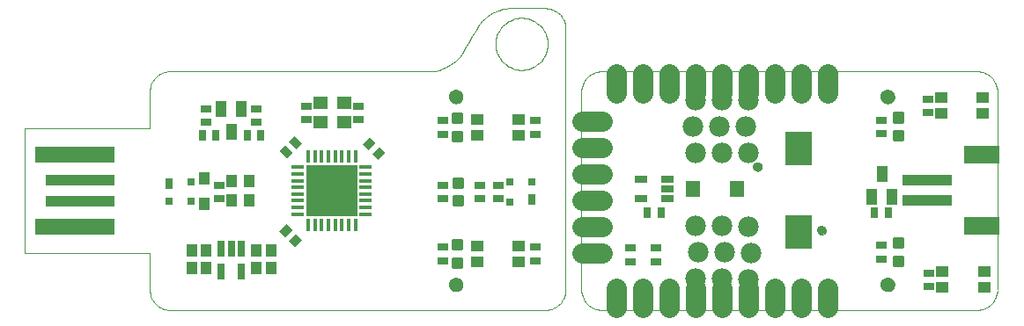
<source format=gts>
G75*
%MOIN*%
%OFA0B0*%
%FSLAX25Y25*%
%IPPOS*%
%LPD*%
%AMOC8*
5,1,8,0,0,1.08239X$1,22.5*
%
%ADD10C,0.00394*%
%ADD11R,0.01800X0.04600*%
%ADD12R,0.04600X0.01800*%
%ADD13R,0.19500X0.19500*%
%ADD14R,0.29928X0.06306*%
%ADD15R,0.25991X0.04337*%
%ADD16R,0.04337X0.05124*%
%ADD17R,0.03943X0.03156*%
%ADD18R,0.04337X0.04731*%
%ADD19R,0.02762X0.04337*%
%ADD20R,0.02762X0.02762*%
%ADD21R,0.03156X0.05912*%
%ADD22R,0.05518X0.04731*%
%ADD23R,0.04337X0.05912*%
%ADD24R,0.03156X0.03943*%
%ADD25C,0.01301*%
%ADD26R,0.05124X0.03943*%
%ADD27C,0.00000*%
%ADD28C,0.05400*%
%ADD29C,0.07800*%
%ADD30R,0.10243X0.12998*%
%ADD31C,0.03550*%
%ADD32C,0.07800*%
%ADD33R,0.05124X0.02565*%
%ADD34R,0.18510X0.04337*%
%ADD35R,0.13786X0.06699*%
%ADD36R,0.05400X0.06187*%
D10*
X0059760Y0017852D02*
X0059360Y0018793D01*
X0059205Y0019287D01*
X0059100Y0019798D01*
X0058994Y0020310D01*
X0058939Y0020839D01*
X0058939Y0035160D01*
X0011695Y0035160D01*
X0011695Y0082404D01*
X0058939Y0082404D01*
X0058939Y0096725D01*
X0058994Y0097254D01*
X0059100Y0097765D01*
X0059205Y0098276D01*
X0059360Y0098770D01*
X0059760Y0099711D01*
X0060005Y0100159D01*
X0060288Y0100578D01*
X0060572Y0100997D01*
X0060895Y0101387D01*
X0061252Y0101744D01*
X0061609Y0102101D01*
X0061999Y0102424D01*
X0062418Y0102708D01*
X0062838Y0102991D01*
X0063285Y0103236D01*
X0064226Y0103636D01*
X0064720Y0103791D01*
X0065231Y0103897D01*
X0065743Y0104002D01*
X0066272Y0104057D01*
X0165750Y0104057D01*
X0166308Y0104105D01*
X0167439Y0104286D01*
X0168012Y0104419D01*
X0168585Y0104591D01*
X0169158Y0104762D01*
X0169731Y0104972D01*
X0170860Y0105460D01*
X0171416Y0105737D01*
X0171956Y0106043D01*
X0172495Y0106350D01*
X0173018Y0106685D01*
X0173517Y0107045D01*
X0174016Y0107405D01*
X0174489Y0107789D01*
X0175372Y0108597D01*
X0175780Y0109021D01*
X0176515Y0109899D01*
X0176841Y0110354D01*
X0177119Y0110818D01*
X0177895Y0112119D01*
X0178672Y0113420D01*
X0179448Y0114721D01*
X0180225Y0116022D01*
X0181002Y0117323D01*
X0181778Y0118624D01*
X0182555Y0119926D01*
X0183331Y0121227D01*
X0183609Y0121691D01*
X0183935Y0122146D01*
X0184303Y0122585D01*
X0184670Y0123024D01*
X0185078Y0123448D01*
X0185520Y0123852D01*
X0185961Y0124256D01*
X0186435Y0124640D01*
X0186933Y0125000D01*
X0187432Y0125360D01*
X0187955Y0125695D01*
X0188494Y0126002D01*
X0189034Y0126308D01*
X0189590Y0126585D01*
X0190719Y0127073D01*
X0191292Y0127283D01*
X0191865Y0127454D01*
X0192438Y0127626D01*
X0193011Y0127759D01*
X0193577Y0127850D01*
X0194142Y0127940D01*
X0194700Y0127988D01*
X0209087Y0127988D01*
X0209616Y0127932D01*
X0210127Y0127827D01*
X0210638Y0127722D01*
X0211132Y0127566D01*
X0211603Y0127366D01*
X0212073Y0127166D01*
X0212521Y0126922D01*
X0212940Y0126638D01*
X0213359Y0126354D01*
X0213749Y0126031D01*
X0214106Y0125675D01*
X0214463Y0125318D01*
X0214786Y0124927D01*
X0215070Y0124508D01*
X0215353Y0124089D01*
X0215598Y0123642D01*
X0215798Y0123171D01*
X0215998Y0122700D01*
X0216153Y0122207D01*
X0216259Y0121695D01*
X0216364Y0121184D01*
X0216419Y0120655D01*
X0216419Y0020839D01*
X0216364Y0020310D01*
X0216259Y0019798D01*
X0216153Y0019287D01*
X0215998Y0018793D01*
X0215798Y0018323D01*
X0215598Y0017852D01*
X0215353Y0017405D01*
X0215070Y0016985D01*
X0214786Y0016566D01*
X0214463Y0016176D01*
X0214106Y0015819D01*
X0213749Y0015462D01*
X0213359Y0015139D01*
X0212940Y0014855D01*
X0212521Y0014572D01*
X0212073Y0014327D01*
X0211603Y0014127D01*
X0211132Y0013927D01*
X0210638Y0013772D01*
X0210127Y0013667D01*
X0209616Y0013561D01*
X0209087Y0013506D01*
X0066272Y0013506D01*
X0065743Y0013561D01*
X0065231Y0013667D01*
X0064720Y0013772D01*
X0064226Y0013927D01*
X0063756Y0014127D01*
X0063285Y0014327D01*
X0062838Y0014572D01*
X0062418Y0014855D01*
X0061999Y0015139D01*
X0061609Y0015462D01*
X0061252Y0015819D01*
X0060895Y0016176D01*
X0060572Y0016566D01*
X0060288Y0016985D01*
X0060005Y0017405D01*
X0059760Y0017852D01*
X0222347Y0020839D02*
X0222403Y0020310D01*
X0222508Y0019798D01*
X0222614Y0019287D01*
X0222769Y0018793D01*
X0223169Y0017852D01*
X0223413Y0017405D01*
X0223697Y0016985D01*
X0223981Y0016566D01*
X0224304Y0016176D01*
X0225017Y0015462D01*
X0225408Y0015139D01*
X0225827Y0014855D01*
X0226246Y0014572D01*
X0226694Y0014327D01*
X0227635Y0013927D01*
X0228128Y0013772D01*
X0228640Y0013667D01*
X0229151Y0013561D01*
X0229680Y0013506D01*
X0372495Y0013506D01*
X0373024Y0013561D01*
X0373535Y0013667D01*
X0374047Y0013772D01*
X0374541Y0013927D01*
X0375482Y0014327D01*
X0375929Y0014572D01*
X0376348Y0014855D01*
X0376767Y0015139D01*
X0377158Y0015462D01*
X0377872Y0016176D01*
X0378195Y0016566D01*
X0378478Y0016985D01*
X0378762Y0017405D01*
X0379007Y0017852D01*
X0379206Y0018323D01*
X0379406Y0018793D01*
X0379562Y0019287D01*
X0379667Y0019798D01*
X0379772Y0020310D01*
X0379828Y0020839D01*
X0379828Y0021380D02*
X0379828Y0096725D01*
X0379772Y0097254D01*
X0379667Y0097765D01*
X0379562Y0098276D01*
X0379406Y0098770D01*
X0379206Y0099241D01*
X0379007Y0099711D01*
X0378762Y0100159D01*
X0378195Y0100997D01*
X0377872Y0101387D01*
X0377158Y0102101D01*
X0376767Y0102424D01*
X0376348Y0102708D01*
X0375929Y0102991D01*
X0375482Y0103236D01*
X0375011Y0103436D01*
X0374541Y0103636D01*
X0374047Y0103791D01*
X0373535Y0103897D01*
X0373024Y0104002D01*
X0372495Y0104057D01*
X0229680Y0104057D01*
X0229151Y0104002D01*
X0228640Y0103897D01*
X0228128Y0103791D01*
X0227635Y0103636D01*
X0227164Y0103436D01*
X0226694Y0103236D01*
X0226246Y0102991D01*
X0225827Y0102708D01*
X0225408Y0102424D01*
X0225017Y0102101D01*
X0224304Y0101387D01*
X0223981Y0100997D01*
X0223697Y0100578D01*
X0223413Y0100159D01*
X0223169Y0099711D01*
X0222969Y0099241D01*
X0222769Y0098770D01*
X0222614Y0098276D01*
X0222508Y0097765D01*
X0222403Y0097254D01*
X0222347Y0096725D01*
X0222347Y0020839D01*
X0202334Y0104946D02*
X0201693Y0104815D01*
X0201053Y0104684D01*
X0200389Y0104615D01*
X0199030Y0104615D01*
X0198367Y0104684D01*
X0197726Y0104815D01*
X0197085Y0104946D01*
X0196467Y0105139D01*
X0195879Y0105388D01*
X0195290Y0105637D01*
X0194730Y0105942D01*
X0194207Y0106296D01*
X0193683Y0106649D01*
X0193195Y0107052D01*
X0192305Y0107943D01*
X0191902Y0108430D01*
X0191548Y0108954D01*
X0191194Y0109478D01*
X0190890Y0110037D01*
X0190641Y0110626D01*
X0190392Y0111215D01*
X0190198Y0111833D01*
X0190067Y0112474D01*
X0189936Y0113114D01*
X0189867Y0113778D01*
X0189867Y0115137D01*
X0189936Y0115800D01*
X0190067Y0116441D01*
X0190198Y0117081D01*
X0190392Y0117700D01*
X0190641Y0118288D01*
X0190890Y0118877D01*
X0191194Y0119437D01*
X0191902Y0120484D01*
X0192305Y0120972D01*
X0192750Y0121417D01*
X0193195Y0121862D01*
X0193683Y0122265D01*
X0194207Y0122619D01*
X0194730Y0122972D01*
X0195290Y0123277D01*
X0195879Y0123526D01*
X0196467Y0123775D01*
X0197085Y0123969D01*
X0197726Y0124100D01*
X0198367Y0124231D01*
X0199030Y0124300D01*
X0200389Y0124300D01*
X0201053Y0124231D01*
X0202334Y0123969D01*
X0202952Y0123775D01*
X0203541Y0123526D01*
X0204130Y0123277D01*
X0204689Y0122972D01*
X0205736Y0122265D01*
X0206224Y0121862D01*
X0206669Y0121417D01*
X0207115Y0120972D01*
X0207517Y0120484D01*
X0208225Y0119437D01*
X0208530Y0118877D01*
X0208779Y0118288D01*
X0209028Y0117700D01*
X0209221Y0117081D01*
X0209483Y0115800D01*
X0209552Y0115137D01*
X0209552Y0113778D01*
X0209483Y0113114D01*
X0209352Y0112474D01*
X0209221Y0111833D01*
X0209028Y0111215D01*
X0208779Y0110626D01*
X0208530Y0110037D01*
X0208225Y0109478D01*
X0207871Y0108954D01*
X0207517Y0108430D01*
X0207115Y0107943D01*
X0206224Y0107052D01*
X0205736Y0106649D01*
X0204689Y0105942D01*
X0204130Y0105637D01*
X0203541Y0105388D01*
X0202952Y0105139D01*
X0202334Y0104946D01*
D11*
X0136833Y0071700D03*
X0134233Y0071700D03*
X0131633Y0071700D03*
X0129133Y0071700D03*
X0126533Y0071700D03*
X0124033Y0071700D03*
X0121433Y0071700D03*
X0118833Y0071700D03*
X0118833Y0045900D03*
X0121433Y0045900D03*
X0124033Y0045900D03*
X0126533Y0045900D03*
X0129133Y0045900D03*
X0131633Y0045900D03*
X0134233Y0045900D03*
X0136833Y0045900D03*
D12*
X0140733Y0049800D03*
X0140733Y0052400D03*
X0140733Y0055000D03*
X0140733Y0057500D03*
X0140733Y0060100D03*
X0140733Y0062600D03*
X0140733Y0065200D03*
X0140733Y0067800D03*
X0114933Y0067800D03*
X0114933Y0065200D03*
X0114933Y0062600D03*
X0114933Y0060100D03*
X0114933Y0057500D03*
X0114933Y0055000D03*
X0114933Y0052400D03*
X0114933Y0049800D03*
D13*
X0127833Y0058800D03*
D14*
X0030546Y0045020D03*
X0030546Y0072580D03*
D15*
X0032514Y0062737D03*
X0032514Y0054863D03*
D16*
X0079633Y0053876D03*
X0079633Y0063324D03*
D17*
X0085333Y0060859D03*
X0085333Y0055741D03*
X0080333Y0084741D03*
X0080333Y0089859D03*
X0099333Y0089859D03*
X0099333Y0084741D03*
X0118333Y0085741D03*
X0118333Y0090859D03*
X0137833Y0090859D03*
X0137833Y0085741D03*
X0169833Y0085359D03*
X0169833Y0080241D03*
X0204833Y0080241D03*
X0204833Y0085359D03*
X0190833Y0060859D03*
X0183833Y0060859D03*
X0183833Y0055741D03*
X0190833Y0055741D03*
X0169833Y0055741D03*
X0169833Y0060859D03*
X0169833Y0037359D03*
X0169833Y0032241D03*
X0204833Y0032241D03*
X0204833Y0037359D03*
X0240933Y0037059D03*
X0250433Y0037059D03*
X0250433Y0031941D03*
X0240933Y0031941D03*
X0335933Y0032941D03*
X0335933Y0038059D03*
X0353933Y0027559D03*
X0353933Y0022441D03*
X0335933Y0080441D03*
X0335933Y0085559D03*
X0353433Y0088441D03*
X0353433Y0093559D03*
D18*
X0104833Y0036146D03*
X0099333Y0036146D03*
X0099333Y0029454D03*
X0104833Y0029454D03*
X0080333Y0029454D03*
X0074833Y0029454D03*
X0074833Y0036146D03*
X0080333Y0036146D03*
X0089987Y0055000D03*
X0096680Y0055000D03*
X0096680Y0062300D03*
X0089987Y0062300D03*
D19*
X0066399Y0061453D03*
X0203467Y0055347D03*
D20*
X0195199Y0054560D03*
X0195199Y0062040D03*
X0203467Y0062040D03*
X0074667Y0062240D03*
X0074667Y0054760D03*
X0066399Y0054760D03*
D21*
X0086093Y0036631D03*
X0089833Y0036631D03*
X0093573Y0036631D03*
X0093573Y0027969D03*
X0086093Y0027969D03*
D22*
X0123503Y0084757D03*
X0132558Y0084757D03*
X0132558Y0092237D03*
X0123503Y0092237D03*
D23*
X0093573Y0089631D03*
X0086093Y0089631D03*
X0089833Y0080969D03*
X0332393Y0056469D03*
X0339873Y0056469D03*
X0336133Y0065131D03*
D24*
X0338492Y0050500D03*
X0333374Y0050500D03*
X0252492Y0050500D03*
X0247374Y0050500D03*
G36*
X0145366Y0070481D02*
X0143134Y0072713D01*
X0145920Y0075499D01*
X0148152Y0073267D01*
X0145366Y0070481D01*
G37*
G36*
X0141747Y0074101D02*
X0139515Y0076333D01*
X0142301Y0079119D01*
X0144533Y0076887D01*
X0141747Y0074101D01*
G37*
G36*
X0111634Y0077387D02*
X0113866Y0079619D01*
X0116652Y0076833D01*
X0114420Y0074601D01*
X0111634Y0077387D01*
G37*
G36*
X0108015Y0073767D02*
X0110247Y0075999D01*
X0113033Y0073213D01*
X0110801Y0070981D01*
X0108015Y0073767D01*
G37*
X0100892Y0079800D03*
X0095774Y0079800D03*
X0083892Y0079800D03*
X0078774Y0079800D03*
G36*
X0110801Y0046119D02*
X0113033Y0043887D01*
X0110247Y0041101D01*
X0108015Y0043333D01*
X0110801Y0046119D01*
G37*
G36*
X0114420Y0042499D02*
X0116652Y0040267D01*
X0113866Y0037481D01*
X0111634Y0039713D01*
X0114420Y0042499D01*
G37*
D25*
X0173815Y0036735D02*
X0176851Y0036735D01*
X0173815Y0036735D02*
X0173815Y0039771D01*
X0176851Y0039771D01*
X0176851Y0036735D01*
X0176851Y0038035D02*
X0173815Y0038035D01*
X0173815Y0039335D02*
X0176851Y0039335D01*
X0176851Y0029829D02*
X0173815Y0029829D01*
X0173815Y0032865D01*
X0176851Y0032865D01*
X0176851Y0029829D01*
X0176851Y0031129D02*
X0173815Y0031129D01*
X0173815Y0032429D02*
X0176851Y0032429D01*
X0177351Y0056365D02*
X0174315Y0056365D01*
X0177351Y0056365D02*
X0177351Y0053329D01*
X0174315Y0053329D01*
X0174315Y0056365D01*
X0174315Y0054629D02*
X0177351Y0054629D01*
X0177351Y0055929D02*
X0174315Y0055929D01*
X0174315Y0063271D02*
X0177351Y0063271D01*
X0177351Y0060235D01*
X0174315Y0060235D01*
X0174315Y0063271D01*
X0174315Y0061535D02*
X0177351Y0061535D01*
X0177351Y0062835D02*
X0174315Y0062835D01*
X0173815Y0080865D02*
X0176851Y0080865D01*
X0176851Y0077829D01*
X0173815Y0077829D01*
X0173815Y0080865D01*
X0173815Y0079129D02*
X0176851Y0079129D01*
X0176851Y0080429D02*
X0173815Y0080429D01*
X0173815Y0087771D02*
X0176851Y0087771D01*
X0176851Y0084735D01*
X0173815Y0084735D01*
X0173815Y0087771D01*
X0173815Y0086035D02*
X0176851Y0086035D01*
X0176851Y0087335D02*
X0173815Y0087335D01*
X0340915Y0084935D02*
X0343951Y0084935D01*
X0340915Y0084935D02*
X0340915Y0087971D01*
X0343951Y0087971D01*
X0343951Y0084935D01*
X0343951Y0086235D02*
X0340915Y0086235D01*
X0340915Y0087535D02*
X0343951Y0087535D01*
X0343951Y0078029D02*
X0340915Y0078029D01*
X0340915Y0081065D01*
X0343951Y0081065D01*
X0343951Y0078029D01*
X0343951Y0079329D02*
X0340915Y0079329D01*
X0340915Y0080629D02*
X0343951Y0080629D01*
X0343951Y0037435D02*
X0340915Y0037435D01*
X0340915Y0040471D01*
X0343951Y0040471D01*
X0343951Y0037435D01*
X0343951Y0038735D02*
X0340915Y0038735D01*
X0340915Y0040035D02*
X0343951Y0040035D01*
X0343951Y0030529D02*
X0340915Y0030529D01*
X0340915Y0033565D01*
X0343951Y0033565D01*
X0343951Y0030529D01*
X0343951Y0031829D02*
X0340915Y0031829D01*
X0340915Y0033129D02*
X0343951Y0033129D01*
D26*
X0359059Y0027953D03*
X0359059Y0022047D03*
X0374807Y0022047D03*
X0374807Y0027953D03*
X0374307Y0088047D03*
X0358559Y0088047D03*
X0358559Y0093953D03*
X0374307Y0093953D03*
X0198707Y0085753D03*
X0182959Y0085753D03*
X0182959Y0079847D03*
X0198707Y0079847D03*
X0198707Y0037753D03*
X0198707Y0031847D03*
X0182959Y0031847D03*
X0182959Y0037753D03*
D27*
X0172333Y0023170D02*
X0172335Y0023269D01*
X0172341Y0023369D01*
X0172351Y0023468D01*
X0172365Y0023566D01*
X0172382Y0023664D01*
X0172404Y0023761D01*
X0172429Y0023857D01*
X0172458Y0023952D01*
X0172491Y0024046D01*
X0172528Y0024138D01*
X0172568Y0024229D01*
X0172612Y0024318D01*
X0172660Y0024406D01*
X0172711Y0024491D01*
X0172765Y0024574D01*
X0172822Y0024656D01*
X0172883Y0024734D01*
X0172947Y0024811D01*
X0173013Y0024884D01*
X0173083Y0024955D01*
X0173155Y0025023D01*
X0173230Y0025089D01*
X0173308Y0025151D01*
X0173388Y0025210D01*
X0173470Y0025266D01*
X0173554Y0025318D01*
X0173641Y0025367D01*
X0173729Y0025413D01*
X0173819Y0025455D01*
X0173911Y0025494D01*
X0174004Y0025529D01*
X0174098Y0025560D01*
X0174194Y0025587D01*
X0174291Y0025610D01*
X0174388Y0025630D01*
X0174486Y0025646D01*
X0174585Y0025658D01*
X0174684Y0025666D01*
X0174783Y0025670D01*
X0174883Y0025670D01*
X0174982Y0025666D01*
X0175081Y0025658D01*
X0175180Y0025646D01*
X0175278Y0025630D01*
X0175375Y0025610D01*
X0175472Y0025587D01*
X0175568Y0025560D01*
X0175662Y0025529D01*
X0175755Y0025494D01*
X0175847Y0025455D01*
X0175937Y0025413D01*
X0176025Y0025367D01*
X0176112Y0025318D01*
X0176196Y0025266D01*
X0176278Y0025210D01*
X0176358Y0025151D01*
X0176436Y0025089D01*
X0176511Y0025023D01*
X0176583Y0024955D01*
X0176653Y0024884D01*
X0176719Y0024811D01*
X0176783Y0024734D01*
X0176844Y0024656D01*
X0176901Y0024574D01*
X0176955Y0024491D01*
X0177006Y0024406D01*
X0177054Y0024318D01*
X0177098Y0024229D01*
X0177138Y0024138D01*
X0177175Y0024046D01*
X0177208Y0023952D01*
X0177237Y0023857D01*
X0177262Y0023761D01*
X0177284Y0023664D01*
X0177301Y0023566D01*
X0177315Y0023468D01*
X0177325Y0023369D01*
X0177331Y0023269D01*
X0177333Y0023170D01*
X0177331Y0023071D01*
X0177325Y0022971D01*
X0177315Y0022872D01*
X0177301Y0022774D01*
X0177284Y0022676D01*
X0177262Y0022579D01*
X0177237Y0022483D01*
X0177208Y0022388D01*
X0177175Y0022294D01*
X0177138Y0022202D01*
X0177098Y0022111D01*
X0177054Y0022022D01*
X0177006Y0021934D01*
X0176955Y0021849D01*
X0176901Y0021766D01*
X0176844Y0021684D01*
X0176783Y0021606D01*
X0176719Y0021529D01*
X0176653Y0021456D01*
X0176583Y0021385D01*
X0176511Y0021317D01*
X0176436Y0021251D01*
X0176358Y0021189D01*
X0176278Y0021130D01*
X0176196Y0021074D01*
X0176112Y0021022D01*
X0176025Y0020973D01*
X0175937Y0020927D01*
X0175847Y0020885D01*
X0175755Y0020846D01*
X0175662Y0020811D01*
X0175568Y0020780D01*
X0175472Y0020753D01*
X0175375Y0020730D01*
X0175278Y0020710D01*
X0175180Y0020694D01*
X0175081Y0020682D01*
X0174982Y0020674D01*
X0174883Y0020670D01*
X0174783Y0020670D01*
X0174684Y0020674D01*
X0174585Y0020682D01*
X0174486Y0020694D01*
X0174388Y0020710D01*
X0174291Y0020730D01*
X0174194Y0020753D01*
X0174098Y0020780D01*
X0174004Y0020811D01*
X0173911Y0020846D01*
X0173819Y0020885D01*
X0173729Y0020927D01*
X0173641Y0020973D01*
X0173554Y0021022D01*
X0173470Y0021074D01*
X0173388Y0021130D01*
X0173308Y0021189D01*
X0173230Y0021251D01*
X0173155Y0021317D01*
X0173083Y0021385D01*
X0173013Y0021456D01*
X0172947Y0021529D01*
X0172883Y0021606D01*
X0172822Y0021684D01*
X0172765Y0021766D01*
X0172711Y0021849D01*
X0172660Y0021934D01*
X0172612Y0022022D01*
X0172568Y0022111D01*
X0172528Y0022202D01*
X0172491Y0022294D01*
X0172458Y0022388D01*
X0172429Y0022483D01*
X0172404Y0022579D01*
X0172382Y0022676D01*
X0172365Y0022774D01*
X0172351Y0022872D01*
X0172341Y0022971D01*
X0172335Y0023071D01*
X0172333Y0023170D01*
X0287504Y0067858D02*
X0287506Y0067937D01*
X0287512Y0068016D01*
X0287522Y0068095D01*
X0287536Y0068173D01*
X0287553Y0068250D01*
X0287575Y0068326D01*
X0287600Y0068401D01*
X0287630Y0068474D01*
X0287662Y0068546D01*
X0287699Y0068617D01*
X0287739Y0068685D01*
X0287782Y0068751D01*
X0287828Y0068815D01*
X0287878Y0068877D01*
X0287931Y0068936D01*
X0287986Y0068992D01*
X0288045Y0069046D01*
X0288106Y0069096D01*
X0288169Y0069144D01*
X0288235Y0069188D01*
X0288303Y0069229D01*
X0288373Y0069266D01*
X0288444Y0069300D01*
X0288518Y0069330D01*
X0288592Y0069356D01*
X0288668Y0069378D01*
X0288745Y0069397D01*
X0288823Y0069412D01*
X0288901Y0069423D01*
X0288980Y0069430D01*
X0289059Y0069433D01*
X0289138Y0069432D01*
X0289217Y0069427D01*
X0289296Y0069418D01*
X0289374Y0069405D01*
X0289451Y0069388D01*
X0289528Y0069368D01*
X0289603Y0069343D01*
X0289677Y0069315D01*
X0289750Y0069283D01*
X0289820Y0069248D01*
X0289889Y0069209D01*
X0289956Y0069166D01*
X0290021Y0069120D01*
X0290083Y0069072D01*
X0290143Y0069020D01*
X0290200Y0068965D01*
X0290254Y0068907D01*
X0290305Y0068847D01*
X0290353Y0068784D01*
X0290398Y0068719D01*
X0290440Y0068651D01*
X0290478Y0068582D01*
X0290512Y0068511D01*
X0290543Y0068438D01*
X0290571Y0068363D01*
X0290594Y0068288D01*
X0290614Y0068211D01*
X0290630Y0068134D01*
X0290642Y0068055D01*
X0290650Y0067977D01*
X0290654Y0067898D01*
X0290654Y0067818D01*
X0290650Y0067739D01*
X0290642Y0067661D01*
X0290630Y0067582D01*
X0290614Y0067505D01*
X0290594Y0067428D01*
X0290571Y0067353D01*
X0290543Y0067278D01*
X0290512Y0067205D01*
X0290478Y0067134D01*
X0290440Y0067065D01*
X0290398Y0066997D01*
X0290353Y0066932D01*
X0290305Y0066869D01*
X0290254Y0066809D01*
X0290200Y0066751D01*
X0290143Y0066696D01*
X0290083Y0066644D01*
X0290021Y0066596D01*
X0289956Y0066550D01*
X0289889Y0066507D01*
X0289820Y0066468D01*
X0289750Y0066433D01*
X0289677Y0066401D01*
X0289603Y0066373D01*
X0289528Y0066348D01*
X0289451Y0066328D01*
X0289374Y0066311D01*
X0289296Y0066298D01*
X0289217Y0066289D01*
X0289138Y0066284D01*
X0289059Y0066283D01*
X0288980Y0066286D01*
X0288901Y0066293D01*
X0288823Y0066304D01*
X0288745Y0066319D01*
X0288668Y0066338D01*
X0288592Y0066360D01*
X0288518Y0066386D01*
X0288444Y0066416D01*
X0288373Y0066450D01*
X0288303Y0066487D01*
X0288235Y0066528D01*
X0288169Y0066572D01*
X0288106Y0066620D01*
X0288045Y0066670D01*
X0287986Y0066724D01*
X0287931Y0066780D01*
X0287878Y0066839D01*
X0287828Y0066901D01*
X0287782Y0066965D01*
X0287739Y0067031D01*
X0287699Y0067099D01*
X0287662Y0067170D01*
X0287630Y0067242D01*
X0287600Y0067315D01*
X0287575Y0067390D01*
X0287553Y0067466D01*
X0287536Y0067543D01*
X0287522Y0067621D01*
X0287512Y0067700D01*
X0287506Y0067779D01*
X0287504Y0067858D01*
X0311717Y0043646D02*
X0311719Y0043725D01*
X0311725Y0043804D01*
X0311735Y0043883D01*
X0311749Y0043961D01*
X0311766Y0044038D01*
X0311788Y0044114D01*
X0311813Y0044189D01*
X0311843Y0044262D01*
X0311875Y0044334D01*
X0311912Y0044405D01*
X0311952Y0044473D01*
X0311995Y0044539D01*
X0312041Y0044603D01*
X0312091Y0044665D01*
X0312144Y0044724D01*
X0312199Y0044780D01*
X0312258Y0044834D01*
X0312319Y0044884D01*
X0312382Y0044932D01*
X0312448Y0044976D01*
X0312516Y0045017D01*
X0312586Y0045054D01*
X0312657Y0045088D01*
X0312731Y0045118D01*
X0312805Y0045144D01*
X0312881Y0045166D01*
X0312958Y0045185D01*
X0313036Y0045200D01*
X0313114Y0045211D01*
X0313193Y0045218D01*
X0313272Y0045221D01*
X0313351Y0045220D01*
X0313430Y0045215D01*
X0313509Y0045206D01*
X0313587Y0045193D01*
X0313664Y0045176D01*
X0313741Y0045156D01*
X0313816Y0045131D01*
X0313890Y0045103D01*
X0313963Y0045071D01*
X0314033Y0045036D01*
X0314102Y0044997D01*
X0314169Y0044954D01*
X0314234Y0044908D01*
X0314296Y0044860D01*
X0314356Y0044808D01*
X0314413Y0044753D01*
X0314467Y0044695D01*
X0314518Y0044635D01*
X0314566Y0044572D01*
X0314611Y0044507D01*
X0314653Y0044439D01*
X0314691Y0044370D01*
X0314725Y0044299D01*
X0314756Y0044226D01*
X0314784Y0044151D01*
X0314807Y0044076D01*
X0314827Y0043999D01*
X0314843Y0043922D01*
X0314855Y0043843D01*
X0314863Y0043765D01*
X0314867Y0043686D01*
X0314867Y0043606D01*
X0314863Y0043527D01*
X0314855Y0043449D01*
X0314843Y0043370D01*
X0314827Y0043293D01*
X0314807Y0043216D01*
X0314784Y0043141D01*
X0314756Y0043066D01*
X0314725Y0042993D01*
X0314691Y0042922D01*
X0314653Y0042853D01*
X0314611Y0042785D01*
X0314566Y0042720D01*
X0314518Y0042657D01*
X0314467Y0042597D01*
X0314413Y0042539D01*
X0314356Y0042484D01*
X0314296Y0042432D01*
X0314234Y0042384D01*
X0314169Y0042338D01*
X0314102Y0042295D01*
X0314033Y0042256D01*
X0313963Y0042221D01*
X0313890Y0042189D01*
X0313816Y0042161D01*
X0313741Y0042136D01*
X0313664Y0042116D01*
X0313587Y0042099D01*
X0313509Y0042086D01*
X0313430Y0042077D01*
X0313351Y0042072D01*
X0313272Y0042071D01*
X0313193Y0042074D01*
X0313114Y0042081D01*
X0313036Y0042092D01*
X0312958Y0042107D01*
X0312881Y0042126D01*
X0312805Y0042148D01*
X0312731Y0042174D01*
X0312657Y0042204D01*
X0312586Y0042238D01*
X0312516Y0042275D01*
X0312448Y0042316D01*
X0312382Y0042360D01*
X0312319Y0042408D01*
X0312258Y0042458D01*
X0312199Y0042512D01*
X0312144Y0042568D01*
X0312091Y0042627D01*
X0312041Y0042689D01*
X0311995Y0042753D01*
X0311952Y0042819D01*
X0311912Y0042887D01*
X0311875Y0042958D01*
X0311843Y0043030D01*
X0311813Y0043103D01*
X0311788Y0043178D01*
X0311766Y0043254D01*
X0311749Y0043331D01*
X0311735Y0043409D01*
X0311725Y0043488D01*
X0311719Y0043567D01*
X0311717Y0043646D01*
X0335833Y0023170D02*
X0335835Y0023269D01*
X0335841Y0023369D01*
X0335851Y0023468D01*
X0335865Y0023566D01*
X0335882Y0023664D01*
X0335904Y0023761D01*
X0335929Y0023857D01*
X0335958Y0023952D01*
X0335991Y0024046D01*
X0336028Y0024138D01*
X0336068Y0024229D01*
X0336112Y0024318D01*
X0336160Y0024406D01*
X0336211Y0024491D01*
X0336265Y0024574D01*
X0336322Y0024656D01*
X0336383Y0024734D01*
X0336447Y0024811D01*
X0336513Y0024884D01*
X0336583Y0024955D01*
X0336655Y0025023D01*
X0336730Y0025089D01*
X0336808Y0025151D01*
X0336888Y0025210D01*
X0336970Y0025266D01*
X0337054Y0025318D01*
X0337141Y0025367D01*
X0337229Y0025413D01*
X0337319Y0025455D01*
X0337411Y0025494D01*
X0337504Y0025529D01*
X0337598Y0025560D01*
X0337694Y0025587D01*
X0337791Y0025610D01*
X0337888Y0025630D01*
X0337986Y0025646D01*
X0338085Y0025658D01*
X0338184Y0025666D01*
X0338283Y0025670D01*
X0338383Y0025670D01*
X0338482Y0025666D01*
X0338581Y0025658D01*
X0338680Y0025646D01*
X0338778Y0025630D01*
X0338875Y0025610D01*
X0338972Y0025587D01*
X0339068Y0025560D01*
X0339162Y0025529D01*
X0339255Y0025494D01*
X0339347Y0025455D01*
X0339437Y0025413D01*
X0339525Y0025367D01*
X0339612Y0025318D01*
X0339696Y0025266D01*
X0339778Y0025210D01*
X0339858Y0025151D01*
X0339936Y0025089D01*
X0340011Y0025023D01*
X0340083Y0024955D01*
X0340153Y0024884D01*
X0340219Y0024811D01*
X0340283Y0024734D01*
X0340344Y0024656D01*
X0340401Y0024574D01*
X0340455Y0024491D01*
X0340506Y0024406D01*
X0340554Y0024318D01*
X0340598Y0024229D01*
X0340638Y0024138D01*
X0340675Y0024046D01*
X0340708Y0023952D01*
X0340737Y0023857D01*
X0340762Y0023761D01*
X0340784Y0023664D01*
X0340801Y0023566D01*
X0340815Y0023468D01*
X0340825Y0023369D01*
X0340831Y0023269D01*
X0340833Y0023170D01*
X0340831Y0023071D01*
X0340825Y0022971D01*
X0340815Y0022872D01*
X0340801Y0022774D01*
X0340784Y0022676D01*
X0340762Y0022579D01*
X0340737Y0022483D01*
X0340708Y0022388D01*
X0340675Y0022294D01*
X0340638Y0022202D01*
X0340598Y0022111D01*
X0340554Y0022022D01*
X0340506Y0021934D01*
X0340455Y0021849D01*
X0340401Y0021766D01*
X0340344Y0021684D01*
X0340283Y0021606D01*
X0340219Y0021529D01*
X0340153Y0021456D01*
X0340083Y0021385D01*
X0340011Y0021317D01*
X0339936Y0021251D01*
X0339858Y0021189D01*
X0339778Y0021130D01*
X0339696Y0021074D01*
X0339612Y0021022D01*
X0339525Y0020973D01*
X0339437Y0020927D01*
X0339347Y0020885D01*
X0339255Y0020846D01*
X0339162Y0020811D01*
X0339068Y0020780D01*
X0338972Y0020753D01*
X0338875Y0020730D01*
X0338778Y0020710D01*
X0338680Y0020694D01*
X0338581Y0020682D01*
X0338482Y0020674D01*
X0338383Y0020670D01*
X0338283Y0020670D01*
X0338184Y0020674D01*
X0338085Y0020682D01*
X0337986Y0020694D01*
X0337888Y0020710D01*
X0337791Y0020730D01*
X0337694Y0020753D01*
X0337598Y0020780D01*
X0337504Y0020811D01*
X0337411Y0020846D01*
X0337319Y0020885D01*
X0337229Y0020927D01*
X0337141Y0020973D01*
X0337054Y0021022D01*
X0336970Y0021074D01*
X0336888Y0021130D01*
X0336808Y0021189D01*
X0336730Y0021251D01*
X0336655Y0021317D01*
X0336583Y0021385D01*
X0336513Y0021456D01*
X0336447Y0021529D01*
X0336383Y0021606D01*
X0336322Y0021684D01*
X0336265Y0021766D01*
X0336211Y0021849D01*
X0336160Y0021934D01*
X0336112Y0022022D01*
X0336068Y0022111D01*
X0336028Y0022202D01*
X0335991Y0022294D01*
X0335958Y0022388D01*
X0335929Y0022483D01*
X0335904Y0022579D01*
X0335882Y0022676D01*
X0335865Y0022774D01*
X0335851Y0022872D01*
X0335841Y0022971D01*
X0335835Y0023071D01*
X0335833Y0023170D01*
X0335833Y0094430D02*
X0335835Y0094529D01*
X0335841Y0094629D01*
X0335851Y0094728D01*
X0335865Y0094826D01*
X0335882Y0094924D01*
X0335904Y0095021D01*
X0335929Y0095117D01*
X0335958Y0095212D01*
X0335991Y0095306D01*
X0336028Y0095398D01*
X0336068Y0095489D01*
X0336112Y0095578D01*
X0336160Y0095666D01*
X0336211Y0095751D01*
X0336265Y0095834D01*
X0336322Y0095916D01*
X0336383Y0095994D01*
X0336447Y0096071D01*
X0336513Y0096144D01*
X0336583Y0096215D01*
X0336655Y0096283D01*
X0336730Y0096349D01*
X0336808Y0096411D01*
X0336888Y0096470D01*
X0336970Y0096526D01*
X0337054Y0096578D01*
X0337141Y0096627D01*
X0337229Y0096673D01*
X0337319Y0096715D01*
X0337411Y0096754D01*
X0337504Y0096789D01*
X0337598Y0096820D01*
X0337694Y0096847D01*
X0337791Y0096870D01*
X0337888Y0096890D01*
X0337986Y0096906D01*
X0338085Y0096918D01*
X0338184Y0096926D01*
X0338283Y0096930D01*
X0338383Y0096930D01*
X0338482Y0096926D01*
X0338581Y0096918D01*
X0338680Y0096906D01*
X0338778Y0096890D01*
X0338875Y0096870D01*
X0338972Y0096847D01*
X0339068Y0096820D01*
X0339162Y0096789D01*
X0339255Y0096754D01*
X0339347Y0096715D01*
X0339437Y0096673D01*
X0339525Y0096627D01*
X0339612Y0096578D01*
X0339696Y0096526D01*
X0339778Y0096470D01*
X0339858Y0096411D01*
X0339936Y0096349D01*
X0340011Y0096283D01*
X0340083Y0096215D01*
X0340153Y0096144D01*
X0340219Y0096071D01*
X0340283Y0095994D01*
X0340344Y0095916D01*
X0340401Y0095834D01*
X0340455Y0095751D01*
X0340506Y0095666D01*
X0340554Y0095578D01*
X0340598Y0095489D01*
X0340638Y0095398D01*
X0340675Y0095306D01*
X0340708Y0095212D01*
X0340737Y0095117D01*
X0340762Y0095021D01*
X0340784Y0094924D01*
X0340801Y0094826D01*
X0340815Y0094728D01*
X0340825Y0094629D01*
X0340831Y0094529D01*
X0340833Y0094430D01*
X0340831Y0094331D01*
X0340825Y0094231D01*
X0340815Y0094132D01*
X0340801Y0094034D01*
X0340784Y0093936D01*
X0340762Y0093839D01*
X0340737Y0093743D01*
X0340708Y0093648D01*
X0340675Y0093554D01*
X0340638Y0093462D01*
X0340598Y0093371D01*
X0340554Y0093282D01*
X0340506Y0093194D01*
X0340455Y0093109D01*
X0340401Y0093026D01*
X0340344Y0092944D01*
X0340283Y0092866D01*
X0340219Y0092789D01*
X0340153Y0092716D01*
X0340083Y0092645D01*
X0340011Y0092577D01*
X0339936Y0092511D01*
X0339858Y0092449D01*
X0339778Y0092390D01*
X0339696Y0092334D01*
X0339612Y0092282D01*
X0339525Y0092233D01*
X0339437Y0092187D01*
X0339347Y0092145D01*
X0339255Y0092106D01*
X0339162Y0092071D01*
X0339068Y0092040D01*
X0338972Y0092013D01*
X0338875Y0091990D01*
X0338778Y0091970D01*
X0338680Y0091954D01*
X0338581Y0091942D01*
X0338482Y0091934D01*
X0338383Y0091930D01*
X0338283Y0091930D01*
X0338184Y0091934D01*
X0338085Y0091942D01*
X0337986Y0091954D01*
X0337888Y0091970D01*
X0337791Y0091990D01*
X0337694Y0092013D01*
X0337598Y0092040D01*
X0337504Y0092071D01*
X0337411Y0092106D01*
X0337319Y0092145D01*
X0337229Y0092187D01*
X0337141Y0092233D01*
X0337054Y0092282D01*
X0336970Y0092334D01*
X0336888Y0092390D01*
X0336808Y0092449D01*
X0336730Y0092511D01*
X0336655Y0092577D01*
X0336583Y0092645D01*
X0336513Y0092716D01*
X0336447Y0092789D01*
X0336383Y0092866D01*
X0336322Y0092944D01*
X0336265Y0093026D01*
X0336211Y0093109D01*
X0336160Y0093194D01*
X0336112Y0093282D01*
X0336068Y0093371D01*
X0336028Y0093462D01*
X0335991Y0093554D01*
X0335958Y0093648D01*
X0335929Y0093743D01*
X0335904Y0093839D01*
X0335882Y0093936D01*
X0335865Y0094034D01*
X0335851Y0094132D01*
X0335841Y0094231D01*
X0335835Y0094331D01*
X0335833Y0094430D01*
X0172333Y0094430D02*
X0172335Y0094529D01*
X0172341Y0094629D01*
X0172351Y0094728D01*
X0172365Y0094826D01*
X0172382Y0094924D01*
X0172404Y0095021D01*
X0172429Y0095117D01*
X0172458Y0095212D01*
X0172491Y0095306D01*
X0172528Y0095398D01*
X0172568Y0095489D01*
X0172612Y0095578D01*
X0172660Y0095666D01*
X0172711Y0095751D01*
X0172765Y0095834D01*
X0172822Y0095916D01*
X0172883Y0095994D01*
X0172947Y0096071D01*
X0173013Y0096144D01*
X0173083Y0096215D01*
X0173155Y0096283D01*
X0173230Y0096349D01*
X0173308Y0096411D01*
X0173388Y0096470D01*
X0173470Y0096526D01*
X0173554Y0096578D01*
X0173641Y0096627D01*
X0173729Y0096673D01*
X0173819Y0096715D01*
X0173911Y0096754D01*
X0174004Y0096789D01*
X0174098Y0096820D01*
X0174194Y0096847D01*
X0174291Y0096870D01*
X0174388Y0096890D01*
X0174486Y0096906D01*
X0174585Y0096918D01*
X0174684Y0096926D01*
X0174783Y0096930D01*
X0174883Y0096930D01*
X0174982Y0096926D01*
X0175081Y0096918D01*
X0175180Y0096906D01*
X0175278Y0096890D01*
X0175375Y0096870D01*
X0175472Y0096847D01*
X0175568Y0096820D01*
X0175662Y0096789D01*
X0175755Y0096754D01*
X0175847Y0096715D01*
X0175937Y0096673D01*
X0176025Y0096627D01*
X0176112Y0096578D01*
X0176196Y0096526D01*
X0176278Y0096470D01*
X0176358Y0096411D01*
X0176436Y0096349D01*
X0176511Y0096283D01*
X0176583Y0096215D01*
X0176653Y0096144D01*
X0176719Y0096071D01*
X0176783Y0095994D01*
X0176844Y0095916D01*
X0176901Y0095834D01*
X0176955Y0095751D01*
X0177006Y0095666D01*
X0177054Y0095578D01*
X0177098Y0095489D01*
X0177138Y0095398D01*
X0177175Y0095306D01*
X0177208Y0095212D01*
X0177237Y0095117D01*
X0177262Y0095021D01*
X0177284Y0094924D01*
X0177301Y0094826D01*
X0177315Y0094728D01*
X0177325Y0094629D01*
X0177331Y0094529D01*
X0177333Y0094430D01*
X0177331Y0094331D01*
X0177325Y0094231D01*
X0177315Y0094132D01*
X0177301Y0094034D01*
X0177284Y0093936D01*
X0177262Y0093839D01*
X0177237Y0093743D01*
X0177208Y0093648D01*
X0177175Y0093554D01*
X0177138Y0093462D01*
X0177098Y0093371D01*
X0177054Y0093282D01*
X0177006Y0093194D01*
X0176955Y0093109D01*
X0176901Y0093026D01*
X0176844Y0092944D01*
X0176783Y0092866D01*
X0176719Y0092789D01*
X0176653Y0092716D01*
X0176583Y0092645D01*
X0176511Y0092577D01*
X0176436Y0092511D01*
X0176358Y0092449D01*
X0176278Y0092390D01*
X0176196Y0092334D01*
X0176112Y0092282D01*
X0176025Y0092233D01*
X0175937Y0092187D01*
X0175847Y0092145D01*
X0175755Y0092106D01*
X0175662Y0092071D01*
X0175568Y0092040D01*
X0175472Y0092013D01*
X0175375Y0091990D01*
X0175278Y0091970D01*
X0175180Y0091954D01*
X0175081Y0091942D01*
X0174982Y0091934D01*
X0174883Y0091930D01*
X0174783Y0091930D01*
X0174684Y0091934D01*
X0174585Y0091942D01*
X0174486Y0091954D01*
X0174388Y0091970D01*
X0174291Y0091990D01*
X0174194Y0092013D01*
X0174098Y0092040D01*
X0174004Y0092071D01*
X0173911Y0092106D01*
X0173819Y0092145D01*
X0173729Y0092187D01*
X0173641Y0092233D01*
X0173554Y0092282D01*
X0173470Y0092334D01*
X0173388Y0092390D01*
X0173308Y0092449D01*
X0173230Y0092511D01*
X0173155Y0092577D01*
X0173083Y0092645D01*
X0173013Y0092716D01*
X0172947Y0092789D01*
X0172883Y0092866D01*
X0172822Y0092944D01*
X0172765Y0093026D01*
X0172711Y0093109D01*
X0172660Y0093194D01*
X0172612Y0093282D01*
X0172568Y0093371D01*
X0172528Y0093462D01*
X0172491Y0093554D01*
X0172458Y0093648D01*
X0172429Y0093743D01*
X0172404Y0093839D01*
X0172382Y0093936D01*
X0172365Y0094034D01*
X0172351Y0094132D01*
X0172341Y0094231D01*
X0172335Y0094331D01*
X0172333Y0094430D01*
D28*
X0174833Y0094430D03*
X0338333Y0094430D03*
X0338333Y0023170D03*
X0174833Y0023170D03*
D29*
X0222733Y0035000D02*
X0230133Y0035000D01*
X0230133Y0045000D02*
X0222733Y0045000D01*
X0222733Y0055000D02*
X0230133Y0055000D01*
X0230133Y0065000D02*
X0222733Y0065000D01*
X0222733Y0075000D02*
X0230133Y0075000D01*
X0230133Y0085000D02*
X0222733Y0085000D01*
X0235433Y0095800D02*
X0235433Y0103200D01*
X0245433Y0103200D02*
X0245433Y0095800D01*
X0255433Y0095800D02*
X0255433Y0103200D01*
X0265433Y0103200D02*
X0265433Y0095800D01*
X0275433Y0095800D02*
X0275433Y0103200D01*
X0285433Y0103200D02*
X0285433Y0095800D01*
X0295433Y0095800D02*
X0295433Y0103200D01*
X0305433Y0103200D02*
X0305433Y0095800D01*
X0315433Y0095800D02*
X0315433Y0103200D01*
X0315433Y0021700D02*
X0315433Y0014300D01*
X0305433Y0014300D02*
X0305433Y0021700D01*
X0295433Y0021700D02*
X0295433Y0014300D01*
X0285433Y0014300D02*
X0285433Y0021700D01*
X0275433Y0021700D02*
X0275433Y0014300D01*
X0265433Y0014300D02*
X0265433Y0021700D01*
X0255433Y0021700D02*
X0255433Y0014300D01*
X0245433Y0014300D02*
X0245433Y0021700D01*
X0235433Y0021700D02*
X0235433Y0014300D01*
D30*
X0304433Y0043252D03*
X0304433Y0074748D03*
D31*
X0289079Y0067858D03*
X0313292Y0043646D03*
D32*
X0285433Y0045000D03*
X0275433Y0045500D03*
X0265433Y0045500D03*
X0266433Y0035500D03*
X0276433Y0035500D03*
X0286433Y0035000D03*
X0285433Y0025000D03*
X0275433Y0025500D03*
X0265433Y0025500D03*
X0265433Y0073000D03*
X0275433Y0073000D03*
X0285433Y0073000D03*
X0284433Y0083000D03*
X0274433Y0083000D03*
X0264433Y0083000D03*
X0265433Y0093000D03*
X0275433Y0093000D03*
X0285433Y0093000D03*
D33*
X0255052Y0063240D03*
X0244815Y0063240D03*
X0255052Y0059500D03*
X0255052Y0055760D03*
X0244815Y0055760D03*
D34*
X0353366Y0055063D03*
X0353366Y0062937D03*
D35*
X0373839Y0072386D03*
X0373839Y0045614D03*
D36*
X0281398Y0059500D03*
X0264469Y0059500D03*
M02*

</source>
